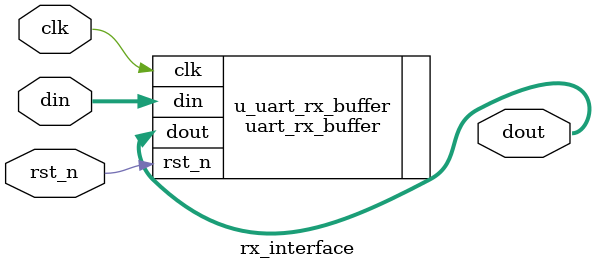
<source format=sv>
module rx_interface #(
    parameter DIGITS = 2
)(
    input logic clk,
    input logic rst_n,
    input logic [(DIGITS*4 - 1):0] din,
    output logic[(DIGITS*4 - 1):0] dout
);

uart_rx_buffer #(
    .DBIT(4*DIGITS)
) u_uart_rx_buffer (
    .clk,
    .rst_n,
    .din,
    .dout

);

endmodule

</source>
